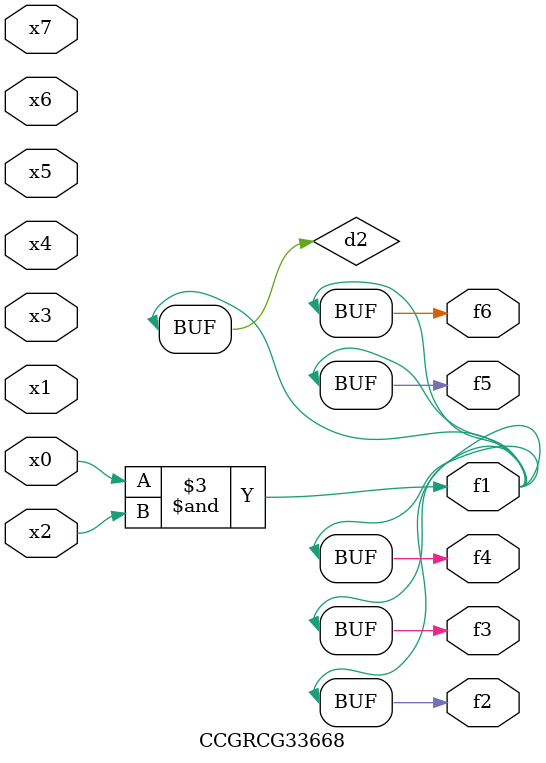
<source format=v>
module CCGRCG33668(
	input x0, x1, x2, x3, x4, x5, x6, x7,
	output f1, f2, f3, f4, f5, f6
);

	wire d1, d2;

	nor (d1, x3, x6);
	and (d2, x0, x2);
	assign f1 = d2;
	assign f2 = d2;
	assign f3 = d2;
	assign f4 = d2;
	assign f5 = d2;
	assign f6 = d2;
endmodule

</source>
